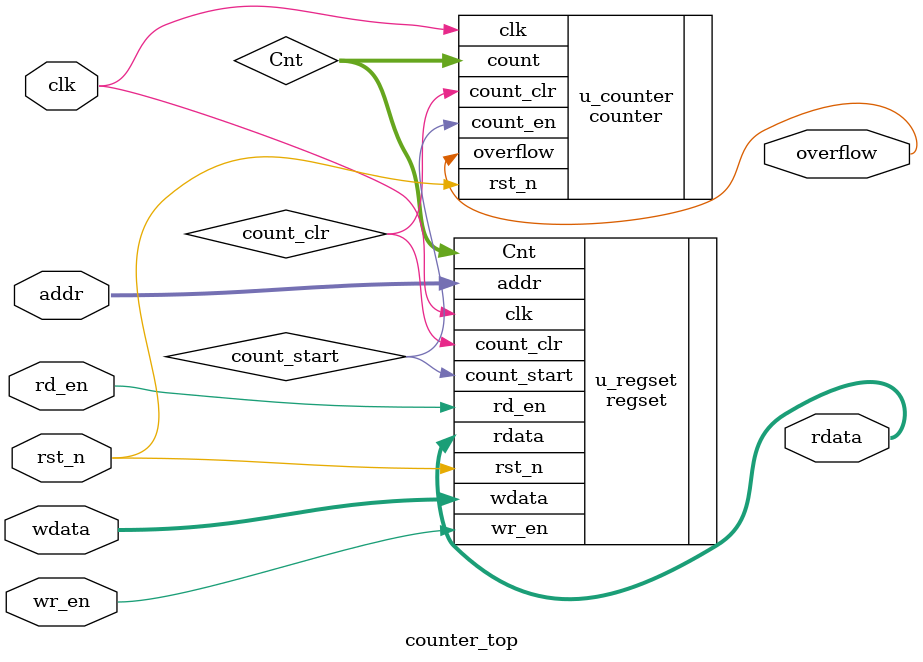
<source format=v>
module counter_top (
    input  wire        clk,
    input  wire        rst_n,
    input  wire        wr_en,
    input  wire        rd_en,
    input  wire [9:0]  addr,
    input  wire [31:0] wdata,
    output wire [31:0] rdata,
    output wire        overflow
);

    wire        count_start;
    wire        count_clr;
    wire [7:0]  Cnt;

    regset u_regset (
        .clk          (clk),
        .rst_n        (rst_n),
        .wr_en        (wr_en),
        .rd_en        (rd_en),
        .addr         (addr),
        .wdata        (wdata),
        .rdata        (rdata),
        .count_start  (count_start),
        .count_clr    (count_clr),
        .Cnt          (Cnt)
    );

    counter u_counter (
        .clk          (clk),
        .rst_n        (rst_n),
        .count_en     (count_start),
        .count_clr    (count_clr),
        .count        (Cnt),
        .overflow     (overflow)
    );

endmodule
</source>
